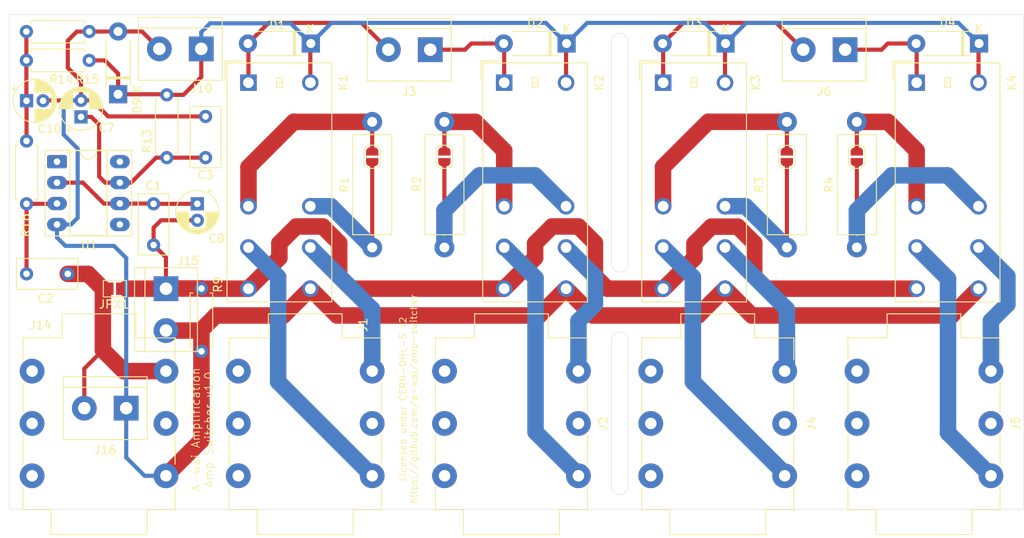
<source format=kicad_pcb>
(kicad_pcb (version 20241229) (generator "pcbnew") (generator_version "9.0")
  (title_block (title "Amp Switcher - 4-way Relay Array") (date "2025-03-12") (rev "1.0") (comment 3 "SPDX-License-Identifier: CERN-OHL-S-2.0+") (comment 4 "SPDX-FileCopyrightText: 2025 Arnaud Ferraris <aferraris@debian.org>"))
  (layers (0 "F.Cu" signal) (2 "B.Cu" signal) (13 "F.Paste" user) (15 "B.Paste" user) (5 "F.SilkS" user "F.Silkscreen") (7 "B.SilkS" user "B.Silkscreen") (1 "F.Mask" user) (3 "B.Mask" user) (25 "Edge.Cuts" user))
  (net 0 "")
  (net 1 "Net-(D1-A)")
  (net 2 "+12V")
  (net 3 "Net-(D2-A)")
  (net 4 "Net-(D3-A)")
  (net 5 "Net-(D4-A)")
  (net 9 "Net-(J1-PadS)")
  (net 11 "Net-(J1-PadT)")
  (net 13 "Net-(J2-PadS)")
  (net 16 "Net-(J2-PadT)")
  (net 18 "Net-(J4-PadS)")
  (net 22 "Net-(J4-PadT)")
  (net 26 "Net-(J5-PadS)")
  (net 27 "Net-(J5-PadT)")
  (net 30 "/SIGNAL")
  (net 31 "GND")
  (net 32 "Net-(JP2-A)")
  (net 33 "Net-(JP2-B)")
  (net 34 "Net-(JP3-B)")
  (net 35 "Net-(JP3-A)")
  (net 36 "Net-(JP4-A)")
  (net 37 "Net-(JP4-B)")
  (net 38 "Net-(JP5-B)")
  (net 39 "Net-(JP5-A)")
  (net 44 "Net-(U1--)")
  (net 45 "Net-(U1-+)")
  (net 46 "VCC")
  (net 47 "GNDS")
  (net 51 "Net-(J16-Pin_2)")
  (footprint "Relay_THT:Relay_DPDT_Omron_G2RL-2" (layer "F.Cu") (at 115.27 75)
    (property "Reference" "K3" (at 11.23 0 90) (layer "F.SilkS"))
    (property "Value" "G2RL-2")
    (pad "11" thru_hole circle (at 0 20) (size 2 2) (drill 1.3) (layers "*.Cu" "*.Mask") (net 18 "Net-(J4-PadS)"))
    (pad "12" thru_hole circle (at 0 15) (size 2 2) (drill 1.3) (layers "*.Cu" "*.Mask") (net 36 "Net-(JP4-A)"))
    (pad "14" thru_hole circle (at 0 25) (size 2 2) (drill 1.3) (layers "*.Cu" "*.Mask") (net 30 "/SIGNAL"))
    (pad "21" thru_hole circle (at 7.5 20) (size 2 2) (drill 1.3) (layers "*.Cu" "*.Mask") (net 22 "Net-(J4-PadT)"))
    (pad "22" thru_hole circle (at 7.5 15) (size 2 2) (drill 1.3) (layers "*.Cu" "*.Mask") (net 37 "Net-(JP4-B)"))
    (pad "24" thru_hole circle (at 7.5 25) (size 2 2) (drill 1.3) (layers "*.Cu" "*.Mask") (net 31 "GND"))
    (pad "A1" thru_hole rect (at 0 0) (size 2 2) (drill 1.3) (layers "*.Cu" "*.Mask") (net 4 "Net-(D3-A)"))
    (pad "A2" thru_hole circle (at 7.5 0) (size 2 2) (drill 1.3) (layers "*.Cu" "*.Mask") (net 2 "+12V"))
  )
  (footprint "Resistor_THT:R_Axial_DIN0414_L11.9mm_D4.5mm_P15.24mm_Horizontal" (layer "F.Cu") (at 130.27 95 90)
    (property "Reference" "R3" (at 7.62 -3.37 90) (layer "F.SilkS"))
    (property "Value" "4R7/2W")
    (pad "1" thru_hole circle (at 0 0 90) (size 2.4 2.4) (drill 1.2) (layers "*.Cu" "*.Mask") (net 37 "Net-(JP4-B)"))
    (pad "2" thru_hole oval (at 15.24 0 90) (size 2.4 2.4) (drill 1.2) (layers "*.Cu" "*.Mask") (net 36 "Net-(JP4-A)"))
  )
  (footprint "TerminalBlock:TerminalBlock_bornier-2_P5.08mm" (layer "F.Cu") (at 50.18 114.5 180)
    (property "Reference" "J16" (at 2.54 -5.08 0) (layer "F.SilkS"))
    (property "Value" "Screw_Terminal_01x02")
    (pad "1" thru_hole rect (at 0 0 180) (size 3 3) (drill 1.52) (layers "*.Cu" "*.Mask") (net 31 "GND"))
    (pad "2" thru_hole circle (at 5.08 0 180) (size 3 3) (drill 1.52) (layers "*.Cu" "*.Mask") (net 51 "Net-(J16-Pin_2)"))
  )
  (footprint "Resistor_THT:R_Axial_DIN0414_L11.9mm_D4.5mm_P15.24mm_Horizontal" (layer "F.Cu") (at 138.75 95 90)
    (property "Reference" "R4" (at 7.62 -3.37 90) (layer "F.SilkS"))
    (property "Value" "4R7/2W")
    (pad "1" thru_hole circle (at 0 0 90) (size 2.4 2.4) (drill 1.2) (layers "*.Cu" "*.Mask") (net 38 "Net-(JP5-B)"))
    (pad "2" thru_hole oval (at 15.24 0 90) (size 2.4 2.4) (drill 1.2) (layers "*.Cu" "*.Mask") (net 39 "Net-(JP5-A)"))
  )
  (footprint "Diode_THT:D_DO-41_SOD81_P7.62mm_Horizontal" (layer "F.Cu") (at 103.56 70.25 180)
    (property "Reference" "D2" (at 3.81 2.45 0) (layer "F.SilkS"))
    (property "Value" "1N4001")
    (fp_text user "K" (at 0 1.75 0) (layer "F.SilkS"))
    (pad "1" thru_hole rect (at 0 0 180) (size 2.2 2.2) (drill 1.1) (layers "*.Cu" "*.Mask") (net 2 "+12V"))
    (pad "2" thru_hole oval (at 7.62 0 180) (size 2.2 2.2) (drill 1.1) (layers "*.Cu" "*.Mask") (net 3 "Net-(D2-A)"))
  )
  (footprint "Capacitor_THT:C_Rect_L7.2mm_W3.5mm_P5.00mm_FKS2_FKP2_MKS2_MKP2" (layer "F.Cu") (at 38.1 98.2)
    (property "Reference" "C2" (at 2.3 3 0) (layer "F.SilkS"))
    (property "Value" "100n")
    (pad "1" thru_hole circle (at 0 0) (size 1.6 1.6) (drill 0.8) (layers "*.Cu" "*.Mask") (net 45 "Net-(U1-+)"))
    (pad "2" thru_hole circle (at 5 0) (size 1.6 1.6) (drill 0.8) (layers "*.Cu" "*.Mask") (net 51 "Net-(J16-Pin_2)"))
  )
  (footprint "Resistor_THT:R_Axial_DIN0207_L6.3mm_D2.5mm_P7.62mm_Horizontal" (layer "F.Cu") (at 55.1 84.1 90)
    (property "Reference" "R13" (at 2 -2.4 90) (layer "F.SilkS"))
    (property "Value" "10R")
    (pad "1" thru_hole circle (at 0 0 90) (size 1.6 1.6) (drill 0.8) (layers "*.Cu" "*.Mask") (net 46 "VCC"))
    (pad "2" thru_hole oval (at 7.62 0 90) (size 1.6 1.6) (drill 0.8) (layers "*.Cu" "*.Mask") (net 2 "+12V"))
  )
  (footprint "Capacitor_THT:CP_Radial_D5.0mm_P2.00mm" (layer "F.Cu") (at 58.8 89.7 -90)
    (property "Reference" "C8" (at 4.2 -2.329 180) (layer "F.SilkS"))
    (property "Value" "1µ")
    (pad "1" thru_hole rect (at 0 0 270) (size 1.6 1.6) (drill 0.8) (layers "*.Cu" "*.Mask") (net 44 "Net-(U1--)"))
    (pad "2" thru_hole circle (at 2 0 270) (size 1.6 1.6) (drill 0.8) (layers "*.Cu" "*.Mask") (net 30 "/SIGNAL"))
  )
  (footprint "Diode_THT:D_DO-41_SOD81_P7.62mm_Horizontal" (layer "F.Cu") (at 122.83 70.25 180)
    (property "Reference" "D3" (at 3.81 2.45 0) (layer "F.SilkS"))
    (property "Value" "1N4001")
    (fp_text user "K" (at 0 1.75 0) (layer "F.SilkS"))
    (pad "1" thru_hole rect (at 0 0 180) (size 2.2 2.2) (drill 1.1) (layers "*.Cu" "*.Mask") (net 2 "+12V"))
    (pad "2" thru_hole oval (at 7.62 0 180) (size 2.2 2.2) (drill 1.1) (layers "*.Cu" "*.Mask") (net 4 "Net-(D3-A)"))
  )
  (footprint "Relay_THT:Relay_DPDT_Omron_G2RL-2" (layer "F.Cu") (at 146 75)
    (property "Reference" "K4" (at 11.5 0 90) (layer "F.SilkS"))
    (property "Value" "G2RL-2")
    (pad "11" thru_hole circle (at 0 20) (size 2 2) (drill 1.3) (layers "*.Cu" "*.Mask") (net 26 "Net-(J5-PadS)"))
    (pad "12" thru_hole circle (at 0 15) (size 2 2) (drill 1.3) (layers "*.Cu" "*.Mask") (net 39 "Net-(JP5-A)"))
    (pad "14" thru_hole circle (at 0 25) (size 2 2) (drill 1.3) (layers "*.Cu" "*.Mask") (net 30 "/SIGNAL"))
    (pad "21" thru_hole circle (at 7.5 20) (size 2 2) (drill 1.3) (layers "*.Cu" "*.Mask") (net 27 "Net-(J5-PadT)"))
    (pad "22" thru_hole circle (at 7.5 15) (size 2 2) (drill 1.3) (layers "*.Cu" "*.Mask") (net 38 "Net-(JP5-B)"))
    (pad "24" thru_hole circle (at 7.5 25) (size 2 2) (drill 1.3) (layers "*.Cu" "*.Mask") (net 31 "GND"))
    (pad "A1" thru_hole rect (at 0 0) (size 2 2) (drill 1.3) (layers "*.Cu" "*.Mask") (net 5 "Net-(D4-A)"))
    (pad "A2" thru_hole circle (at 7.5 0) (size 2 2) (drill 1.3) (layers "*.Cu" "*.Mask") (net 2 "+12V"))
  )
  (footprint "Connector_Audio:Jack_6.35mm_Neutrik_NMJ6HCD2_Horizontal" (layer "F.Cu") (at 130 110 -90)
    (property "Reference" "J4" (at 6.35 -3.27 90) (layer "F.SilkS"))
    (property "Value" "NMJ6HCD2")
    (pad "R" thru_hole circle (at 6.35 0 270) (size 3 3) (drill 1.4) (layers "*.Cu" "*.Mask"))
    (pad "RN" thru_hole circle (at 6.35 16.23 270) (size 3 3) (drill 1.4) (layers "*.Cu" "*.Mask"))
    (pad "S" thru_hole circle (at 12.7 0 270) (size 3 3) (drill 1.4) (layers "*.Cu" "*.Mask") (net 18 "Net-(J4-PadS)"))
    (pad "SN" thru_hole circle (at 12.7 16.23 270) (size 3 3) (drill 1.4) (layers "*.Cu" "*.Mask"))
    (pad "T" thru_hole circle (at 0 0 270) (size 3 3) (drill 1.4) (layers "*.Cu" "*.Mask") (net 22 "Net-(J4-PadT)"))
    (pad "TN" thru_hole circle (at 0 16.23 270) (size 3 3) (drill 1.4) (layers "*.Cu" "*.Mask"))
  )
  (footprint "Connector_Audio:Jack_6.35mm_Neutrik_NMJ6HCD2_Horizontal" (layer "F.Cu") (at 105 110 -90)
    (property "Reference" "J2" (at 6.35 -3 90) (layer "F.SilkS"))
    (property "Value" "NMJ6HCD2")
    (pad "R" thru_hole circle (at 6.35 0 270) (size 3 3) (drill 1.4) (layers "*.Cu" "*.Mask"))
    (pad "RN" thru_hole circle (at 6.35 16.23 270) (size 3 3) (drill 1.4) (layers "*.Cu" "*.Mask"))
    (pad "S" thru_hole circle (at 12.7 0 270) (size 3 3) (drill 1.4) (layers "*.Cu" "*.Mask") (net 13 "Net-(J2-PadS)"))
    (pad "SN" thru_hole circle (at 12.7 16.23 270) (size 3 3) (drill 1.4) (layers "*.Cu" "*.Mask"))
    (pad "T" thru_hole circle (at 0 0 270) (size 3 3) (drill 1.4) (layers "*.Cu" "*.Mask") (net 16 "Net-(J2-PadT)"))
    (pad "TN" thru_hole circle (at 0 16.23 270) (size 3 3) (drill 1.4) (layers "*.Cu" "*.Mask"))
  )
  (footprint "Capacitor_THT:CP_Radial_D5.0mm_P2.00mm" (layer "F.Cu") (at 38.1 77.2)
    (property "Reference" "C10" (at 2.8 3.4 0) (layer "F.SilkS"))
    (property "Value" "100µ")
    (pad "1" thru_hole rect (at 0 0) (size 1.6 1.6) (drill 0.8) (layers "*.Cu" "*.Mask") (net 47 "GNDS"))
    (pad "2" thru_hole circle (at 2 0) (size 1.6 1.6) (drill 0.8) (layers "*.Cu" "*.Mask") (net 31 "GND"))
  )
  (footprint "Diode_THT:D_DO-41_SOD81_P7.62mm_Horizontal" (layer "F.Cu") (at 49.2 76.41 90)
    (property "Reference" "D9" (at -1.39 2.3 90) (layer "F.SilkS"))
    (property "Value" "1N4001")
    (fp_text user "K" (at 0.71 2.3 90) (layer "F.SilkS"))
    (pad "1" thru_hole rect (at 0 0 90) (size 2.2 2.2) (drill 1.1) (layers "*.Cu" "*.Mask") (net 2 "+12V"))
    (pad "2" thru_hole oval (at 7.62 0 90) (size 2.2 2.2) (drill 1.1) (layers "*.Cu" "*.Mask") (net 31 "GND"))
  )
  (footprint "Diode_THT:D_DO-41_SOD81_P7.62mm_Horizontal" (layer "F.Cu") (at 153.56 70.25 180)
    (property "Reference" "D4" (at 3.81 2.55 0) (layer "F.SilkS"))
    (property "Value" "1N4001")
    (fp_text user "K" (at 0 1.75 0) (layer "F.SilkS"))
    (pad "1" thru_hole rect (at 0 0 180) (size 2.2 2.2) (drill 1.1) (layers "*.Cu" "*.Mask") (net 2 "+12V"))
    (pad "2" thru_hole oval (at 7.62 0 180) (size 2.2 2.2) (drill 1.1) (layers "*.Cu" "*.Mask") (net 5 "Net-(D4-A)"))
  )
  (footprint "Connector_Audio:Jack_6.35mm_Neutrik_NMJ6HCD2_Horizontal" (layer "F.Cu") (at 55 110 -90)
    (property "Reference" "J14" (at -5.6 15.2 180) (layer "F.SilkS"))
    (property "Value" "NMJ6HCD2")
    (pad "R" thru_hole circle (at 6.35 0 270) (size 3 3) (drill 1.4) (layers "*.Cu" "*.Mask"))
    (pad "RN" thru_hole circle (at 6.35 16.23 270) (size 3 3) (drill 1.4) (layers "*.Cu" "*.Mask"))
    (pad "S" thru_hole circle (at 12.7 0 270) (size 3 3) (drill 1.4) (layers "*.Cu" "*.Mask") (net 31 "GND"))
    (pad "SN" thru_hole circle (at 12.7 16.23 270) (size 3 3) (drill 1.4) (layers "*.Cu" "*.Mask"))
    (pad "T" thru_hole circle (at 0 0 270) (size 3 3) (drill 1.4) (layers "*.Cu" "*.Mask") (net 51 "Net-(J16-Pin_2)"))
    (pad "TN" thru_hole circle (at 0 16.23 270) (size 3 3) (drill 1.4) (layers "*.Cu" "*.Mask"))
  )
  (footprint "Resistor_THT:R_Axial_DIN0414_L11.9mm_D4.5mm_P15.24mm_Horizontal" (layer "F.Cu") (at 88.75 95 90)
    (property "Reference" "R2" (at 7.7 -3.35 90) (layer "F.SilkS"))
    (property "Value" "4R7/2W")
    (pad "1" thru_hole circle (at 0 0 90) (size 2.4 2.4) (drill 1.2) (layers "*.Cu" "*.Mask") (net 33 "Net-(JP2-B)"))
    (pad "2" thru_hole oval (at 15.24 0 90) (size 2.4 2.4) (drill 1.2) (layers "*.Cu" "*.Mask") (net 32 "Net-(JP2-A)"))
  )
  (footprint "Relay_THT:Relay_DPDT_Omron_G2RL-2" (layer "F.Cu") (at 65 75)
    (property "Reference" "K1" (at 11.5 0 90) (layer "F.SilkS"))
    (property "Value" "G2RL-2")
    (pad "11" thru_hole circle (at 0 20) (size 2 2) (drill 1.3) (layers "*.Cu" "*.Mask") (net 9 "Net-(J1-PadS)"))
    (pad "12" thru_hole circle (at 0 15) (size 2 2) (drill 1.3) (layers "*.Cu" "*.Mask") (net 35 "Net-(JP3-A)"))
    (pad "14" thru_hole circle (at 0 25) (size 2 2) (drill 1.3) (layers "*.Cu" "*.Mask") (net 30 "/SIGNAL"))
    (pad "21" thru_hole circle (at 7.5 20) (size 2 2) (drill 1.3) (layers "*.Cu" "*.Mask") (net 11 "Net-(J1-PadT)"))
    (pad "22" thru_hole circle (at 7.5 15) (size 2 2) (drill 1.3) (layers "*.Cu" "*.Mask") (net 34 "Net-(JP3-B)"))
    (pad "24" thru_hole circle (at 7.5 25) (size 2 2) (drill 1.3) (layers "*.Cu" "*.Mask") (net 31 "GND"))
    (pad "A1" thru_hole rect (at 0 0) (size 2 2) (drill 1.3) (layers "*.Cu" "*.Mask") (net 1 "Net-(D1-A)"))
    (pad "A2" thru_hole circle (at 7.5 0) (size 2 2) (drill 1.3) (layers "*.Cu" "*.Mask") (net 2 "+12V"))
  )
  (footprint "Diode_THT:D_DO-41_SOD81_P7.62mm_Horizontal" (layer "F.Cu") (at 72.56 70.25 180)
    (property "Reference" "D1" (at 4.06 2.25 0) (layer "F.SilkS"))
    (property "Value" "1N4001")
    (fp_text user "K" (at 0.06 1.75 0) (layer "F.SilkS"))
    (pad "1" thru_hole rect (at 0 0 180) (size 2.2 2.2) (drill 1.1) (layers "*.Cu" "*.Mask") (net 2 "+12V"))
    (pad "2" thru_hole oval (at 7.62 0 180) (size 2.2 2.2) (drill 1.1) (layers "*.Cu" "*.Mask") (net 1 "Net-(D1-A)"))
  )
  (footprint "Resistor_THT:R_Axial_DIN0207_L6.3mm_D2.5mm_P7.62mm_Horizontal" (layer "F.Cu") (at 38.1 82.08 -90)
    (property "Reference" "R16" (at 10.22 0.1 90) (layer "F.SilkS"))
    (property "Value" "1M")
    (pad "1" thru_hole circle (at 0 0 270) (size 1.6 1.6) (drill 0.8) (layers "*.Cu" "*.Mask") (net 47 "GNDS"))
    (pad "2" thru_hole oval (at 7.62 0 270) (size 1.6 1.6) (drill 0.8) (layers "*.Cu" "*.Mask") (net 45 "Net-(U1-+)"))
  )
  (footprint "Connector_Audio:Jack_6.35mm_Neutrik_NMJ6HCD2_Horizontal" (layer "F.Cu") (at 80 110 -90)
    (property "Reference" "J1" (at -5.6 1.1 90) (layer "F.SilkS"))
    (property "Value" "NMJ6HCD2")
    (pad "R" thru_hole circle (at 6.35 0 270) (size 3 3) (drill 1.4) (layers "*.Cu" "*.Mask"))
    (pad "RN" thru_hole circle (at 6.35 16.23 270) (size 3 3) (drill 1.4) (layers "*.Cu" "*.Mask"))
    (pad "S" thru_hole circle (at 12.7 0 270) (size 3 3) (drill 1.4) (layers "*.Cu" "*.Mask") (net 9 "Net-(J1-PadS)"))
    (pad "SN" thru_hole circle (at 12.7 16.23 270) (size 3 3) (drill 1.4) (layers "*.Cu" "*.Mask"))
    (pad "T" thru_hole circle (at 0 0 270) (size 3 3) (drill 1.4) (layers "*.Cu" "*.Mask") (net 11 "Net-(J1-PadT)"))
    (pad "TN" thru_hole circle (at 0 16.23 270) (size 3 3) (drill 1.4) (layers "*.Cu" "*.Mask"))
  )
  (footprint "Jumper:SolderJumper-2_P1.3mm_Open_RoundedPad1.0x1.5mm" (layer "F.Cu") (at 138.75 84 -90)
    (property "Reference" "JP5" (hide yes))
    (property "Value" "Jumper_2_Open")
    (pad "1" smd custom (at -0.65 0 270) (size 1 0.5) (layers "F.Cu" "F.Mask") (net 39 "Net-(JP5-A)") (options (clearance outline) (anchor rect)) (primitives (gr_circle (center 0 0.25) (end 0.5 0.25) (width 0) (fill yes)) (gr_circle (center 0 -0.25) (end 0.5 -0.25) (width 0) (fill yes)) (gr_poly (pts (xy 0.5 0.75) (xy 0 0.75) (xy 0 -0.75) (xy 0.5 -0.75)) (width 0) (fill yes))))
    (pad "2" smd custom (at 0.65 0 270) (size 1 0.5) (layers "F.Cu" "F.Mask") (net 38 "Net-(JP5-B)") (options (clearance outline) (anchor rect)) (primitives (gr_circle (center 0 0.25) (end 0.5 0.25) (width 0) (fill yes)) (gr_circle (center 0 -0.25) (end 0.5 -0.25) (width 0) (fill yes)) (gr_poly (pts (xy 0 0.75) (xy -0.5 0.75) (xy -0.5 -0.75) (xy 0 -0.75)) (width 0) (fill yes))))
  )
  (footprint "Relay_THT:Relay_DPDT_Omron_G2RL-2" (layer "F.Cu") (at 96 75)
    (property "Reference" "K2" (at 11.5 0 90) (layer "F.SilkS"))
    (property "Value" "G2RL-2")
    (pad "11" thru_hole circle (at 0 20) (size 2 2) (drill 1.3) (layers "*.Cu" "*.Mask") (net 13 "Net-(J2-PadS)"))
    (pad "12" thru_hole circle (at 0 15) (size 2 2) (drill 1.3) (layers "*.Cu" "*.Mask") (net 32 "Net-(JP2-A)"))
    (pad "14" thru_hole circle (at 0 25) (size 2 2) (drill 1.3) (layers "*.Cu" "*.Mask") (net 30 "/SIGNAL"))
    (pad "21" thru_hole circle (at 7.5 20) (size 2 2) (drill 1.3) (layers "*.Cu" "*.Mask") (net 16 "Net-(J2-PadT)"))
    (pad "22" thru_hole circle (at 7.5 15) (size 2 2) (drill 1.3) (layers "*.Cu" "*.Mask") (net 33 "Net-(JP2-B)"))
    (pad "24" thru_hole circle (at 7.5 25) (size 2 2) (drill 1.3) (layers "*.Cu" "*.Mask") (net 31 "GND"))
    (pad "A1" thru_hole rect (at 0 0) (size 2 2) (drill 1.3) (layers "*.Cu" "*.Mask") (net 3 "Net-(D2-A)"))
    (pad "A2" thru_hole circle (at 7.5 0) (size 2 2) (drill 1.3) (layers "*.Cu" "*.Mask") (net 2 "+12V"))
  )
  (footprint "Resistor_THT:R_Axial_DIN0207_L6.3mm_D2.5mm_P7.62mm_Horizontal" (layer "F.Cu") (at 59.3 107.6 90)
    (property "Reference" "R9" (at 8.1 2 90) (layer "F.SilkS"))
    (property "Value" "1M")
    (pad "1" thru_hole circle (at 0 0 90) (size 1.6 1.6) (drill 0.8) (layers "*.Cu" "*.Mask") (net 31 "GND"))
    (pad "2" thru_hole oval (at 7.62 0 90) (size 1.6 1.6) (drill 0.8) (layers "*.Cu" "*.Mask") (net 30 "/SIGNAL"))
  )
  (footprint "Capacitor_THT:C_Rect_L7.2mm_W3.5mm_P5.00mm_FKS2_FKP2_MKS2_MKP2" (layer "F.Cu") (at 53.5 94.7 90)
    (property "Reference" "C1" (at 7.2 0 180) (layer "F.SilkS"))
    (property "Value" "100n")
    (pad "1" thru_hole circle (at 0 0 90) (size 1.6 1.6) (drill 0.8) (layers "*.Cu" "*.Mask") (net 30 "/SIGNAL"))
    (pad "2" thru_hole circle (at 5 0 90) (size 1.6 1.6) (drill 0.8) (layers "*.Cu" "*.Mask") (net 44 "Net-(U1--)"))
  )
  (footprint "Resistor_THT:R_Axial_DIN0414_L11.9mm_D4.5mm_P15.24mm_Horizontal" (layer "F.Cu") (at 80 95 90)
    (property "Reference" "R1" (at 7.62 -3.37 90) (layer "F.SilkS"))
    (property "Value" "4R7/2W")
    (pad "1" thru_hole circle (at 0 0 90) (size 2.4 2.4) (drill 1.2) (layers "*.Cu" "*.Mask") (net 34 "Net-(JP3-B)"))
    (pad "2" thru_hole oval (at 15.24 0 90) (size 2.4 2.4) (drill 1.2) (layers "*.Cu" "*.Mask") (net 35 "Net-(JP3-A)"))
  )
  (footprint "TerminalBlock:TerminalBlock_bornier-2_P5.08mm" (layer "F.Cu") (at 137.33 71 180)
    (property "Reference" "J6" (at 2.54 -5.08 0) (layer "F.SilkS"))
    (property "Value" "Screw_Terminal_01x02")
    (pad "1" thru_hole rect (at 0 0 180) (size 3 3) (drill 1.52) (layers "*.Cu" "*.Mask") (net 5 "Net-(D4-A)"))
    (pad "2" thru_hole circle (at 5.08 0 180) (size 3 3) (drill 1.52) (layers "*.Cu" "*.Mask") (net 4 "Net-(D3-A)"))
  )
  (footprint "Jumper:SolderJumper-2_P1.3mm_Open_RoundedPad1.0x1.5mm" (layer "F.Cu") (at 80 84 -90)
    (property "Reference" "JP3" (hide yes))
    (property "Value" "Jumper_2_Open")
    (pad "1" smd custom (at -0.65 0 270) (size 1 0.5) (layers "F.Cu" "F.Mask") (net 35 "Net-(JP3-A)") (options (clearance outline) (anchor rect)) (primitives (gr_circle (center 0 0.25) (end 0.5 0.25) (width 0) (fill yes)) (gr_circle (center 0 -0.25) (end 0.5 -0.25) (width 0) (fill yes)) (gr_poly (pts (xy 0.5 0.75) (xy 0 0.75) (xy 0 -0.75) (xy 0.5 -0.75)) (width 0) (fill yes))))
    (pad "2" smd custom (at 0.65 0 270) (size 1 0.5) (layers "F.Cu" "F.Mask") (net 34 "Net-(JP3-B)") (options (clearance outline) (anchor rect)) (primitives (gr_circle (center 0 0.25) (end 0.5 0.25) (width 0) (fill yes)) (gr_circle (center 0 -0.25) (end 0.5 -0.25) (width 0) (fill yes)) (gr_poly (pts (xy 0 0.75) (xy -0.5 0.75) (xy -0.5 -0.75) (xy 0 -0.75)) (width 0) (fill yes))))
  )
  (footprint "Resistor_THT:R_Axial_DIN0207_L6.3mm_D2.5mm_P7.62mm_Horizontal" (layer "F.Cu") (at 38.08 68.8)
    (property "Reference" "R15" (at 7.42 5.8 0) (layer "F.SilkS"))
    (property "Value" "10k")
    (pad "1" thru_hole circle (at 0 0) (size 1.6 1.6) (drill 0.8) (layers "*.Cu" "*.Mask") (net 47 "GNDS"))
    (pad "2" thru_hole oval (at 7.62 0) (size 1.6 1.6) (drill 0.8) (layers "*.Cu" "*.Mask") (net 31 "GND"))
  )
  (footprint "TerminalBlock:TerminalBlock_bornier-2_P5.08mm" (layer "F.Cu") (at 87.04 71 180)
    (property "Reference" "J3" (at 2.54 -5.08 0) (layer "F.SilkS"))
    (property "Value" "Screw_Terminal_01x02")
    (pad "1" thru_hole rect (at 0 0 180) (size 3 3) (drill 1.52) (layers "*.Cu" "*.Mask") (net 3 "Net-(D2-A)"))
    (pad "2" thru_hole circle (at 5.08 0 180) (size 3 3) (drill 1.52) (layers "*.Cu" "*.Mask") (net 1 "Net-(D1-A)"))
  )
  (footprint "Package_DIP:DIP-8_W7.62mm_Socket_LongPads" (layer "F.Cu") (at 41.79 84.59)
    (property "Reference" "U1" (at 3.91 10.11 0) (layer "F.SilkS"))
    (property "Value" "OPA134")
    (pad "1" thru_hole roundrect (at 0 0) (size 2.4 1.6) (drill 0.8) (layers "*.Cu" "*.Mask") (roundrect_rratio 0.15625))
    (pad "2" thru_hole oval (at 0 2.54) (size 2.4 1.6) (drill 0.8) (layers "*.Cu" "*.Mask") (net 44 "Net-(U1--)"))
    (pad "3" thru_hole oval (at 0 5.08) (size 2.4 1.6) (drill 0.8) (layers "*.Cu" "*.Mask") (net 45 "Net-(U1-+)"))
    (pad "4" thru_hole oval (at 0 7.62) (size 2.4 1.6) (drill 0.8) (layers "*.Cu" "*.Mask") (net 31 "GND"))
    (pad "5" thru_hole oval (at 7.62 7.62) (size 2.4 1.6) (drill 0.8) (layers "*.Cu" "*.Mask"))
    (pad "6" thru_hole oval (at 7.62 5.08) (size 2.4 1.6) (drill 0.8) (layers "*.Cu" "*.Mask") (net 44 "Net-(U1--)"))
    (pad "7" thru_hole oval (at 7.62 2.54) (size 2.4 1.6) (drill 0.8) (layers "*.Cu" "*.Mask") (net 46 "VCC"))
    (pad "8" thru_hole oval (at 7.62 0) (size 2.4 1.6) (drill 0.8) (layers "*.Cu" "*.Mask"))
  )
  (footprint "Connector_Audio:Jack_6.35mm_Neutrik_NMJ6HCD2_Horizontal" (layer "F.Cu") (at 155 110 -90)
    (property "Reference" "J5" (at 6.35 -3 90) (layer "F.SilkS"))
    (property "Value" "NMJ6HCD2")
    (pad "R" thru_hole circle (at 6.35 0 270) (size 3 3) (drill 1.4) (layers "*.Cu" "*.Mask"))
    (pad "RN" thru_hole circle (at 6.35 16.23 270) (size 3 3) (drill 1.4) (layers "*.Cu" "*.Mask"))
    (pad "S" thru_hole circle (at 12.7 0 270) (size 3 3) (drill 1.4) (layers "*.Cu" "*.Mask") (net 26 "Net-(J5-PadS)"))
    (pad "SN" thru_hole circle (at 12.7 16.23 270) (size 3 3) (drill 1.4) (layers "*.Cu" "*.Mask"))
    (pad "T" thru_hole circle (at 0 0 270) (size 3 3) (drill 1.4) (layers "*.Cu" "*.Mask") (net 27 "Net-(J5-PadT)"))
    (pad "TN" thru_hole circle (at 0 16.23 270) (size 3 3) (drill 1.4) (layers "*.Cu" "*.Mask"))
  )
  (footprint "Jumper:SolderJumper-2_P1.3mm_Open_RoundedPad1.0x1.5mm" (layer "F.Cu") (at 130.27 84 -90)
    (property "Reference" "JP4" (hide yes))
    (property "Value" "Jumper_2_Open")
    (pad "1" smd custom (at -0.65 0 270) (size 1 0.5) (layers "F.Cu" "F.Mask") (net 36 "Net-(JP4-A)") (options (clearance outline) (anchor rect)) (primitives (gr_circle (center 0 0.25) (end 0.5 0.25) (width 0) (fill yes)) (gr_circle (center 0 -0.25) (end 0.5 -0.25) (width 0) (fill yes)) (gr_poly (pts (xy 0.5 0.75) (xy 0 0.75) (xy 0 -0.75) (xy 0.5 -0.75)) (width 0) (fill yes))))
    (pad "2" smd custom (at 0.65 0 270) (size 1 0.5) (layers "F.Cu" "F.Mask") (net 37 "Net-(JP4-B)") (options (clearance outline) (anchor rect)) (primitives (gr_circle (center 0 0.25) (end 0.5 0.25) (width 0) (fill yes)) (gr_circle (center 0 -0.25) (end 0.5 -0.25) (width 0) (fill yes)) (gr_poly (pts (xy 0 0.75) (xy -0.5 0.75) (xy -0.5 -0.75) (xy 0 -0.75)) (width 0) (fill yes))))
  )
  (footprint "TerminalBlock:TerminalBlock_bornier-2_P5.08mm" (layer "F.Cu") (at 55 100 -90)
    (property "Reference" "J15" (at -3.4 -2.7 0) (layer "F.SilkS"))
    (property "Value" "Screw_Terminal_01x02")
    (pad "1" thru_hole rect (at 0 0 270) (size 3 3) (drill 1.52) (layers "*.Cu" "*.Mask") (net 30 "/SIGNAL"))
    (pad "2" thru_hole circle (at 5.08 0 270) (size 3 3) (drill 1.52) (layers "*.Cu" "*.Mask") (net 31 "GND"))
  )
  (footprint "Resistor_THT:R_Axial_DIN0207_L6.3mm_D2.5mm_P7.62mm_Horizontal" (layer "F.Cu") (at 45.7 72.3 180)
    (property "Reference" "R14" (at 3.4 -2.3 0) (layer "F.SilkS"))
    (property "Value" "10k")
    (pad "1" thru_hole circle (at 0 0 180) (size 1.6 1.6) (drill 0.8) (layers "*.Cu" "*.Mask") (net 2 "+12V"))
    (pad "2" thru_hole oval (at 7.62 0 180) (size 1.6 1.6) (drill 0.8) (layers "*.Cu" "*.Mask") (net 47 "GNDS"))
  )
  (footprint "Capacitor_THT:CP_Radial_D5.0mm_P2.00mm" (layer "F.Cu") (at 44.7 79.155113 90)
    (property "Reference" "C7" (at -1.344887 3.1 180) (layer "F.SilkS"))
    (property "Value" "100µ")
    (pad "1" thru_hole rect (at 0 0 90) (size 1.6 1.6) (drill 0.8) (layers "*.Cu" "*.Mask") (net 46 "VCC"))
    (pad "2" thru_hole circle (at 2 0 90) (size 1.6 1.6) (drill 0.8) (layers "*.Cu" "*.Mask") (net 31 "GND"))
  )
  (footprint "Capacitor_THT:C_Rect_L7.2mm_W3.5mm_P5.00mm_FKS2_FKP2_MKS2_MKP2" (layer "F.Cu") (at 59.8 84.1 90)
    (property "Reference" "C3" (at -2.1 0 180) (layer "F.SilkS"))
    (property "Value" "100n")
    (pad "1" thru_hole circle (at 0 0 90) (size 1.6 1.6) (drill 0.8) (layers "*.Cu" "*.Mask") (net 46 "VCC"))
    (pad "2" thru_hole circle (at 5 0 90) (size 1.6 1.6) (drill 0.8) (layers "*.Cu" "*.Mask") (net 31 "GND"))
  )
  (footprint "Jumper:SolderJumper-2_P1.3mm_Open_Pad1.0x1.5mm" (layer "F.Cu") (at 48.8 100 180)
    (property "Reference" "JPX1" (at 0.1 -1.9 0) (layer "F.SilkS"))
    (property "Value" "Jumper_2_Open")
    (pad "1" smd rect (at -0.65 0 180) (size 1 1.5) (layers "F.Cu" "F.Mask") (net 30 "/SIGNAL"))
    (pad "2" smd rect (at 0.65 0 180) (size 1 1.5) (layers "F.Cu" "F.Mask") (net 51 "Net-(J16-Pin_2)"))
  )
  (footprint "TerminalBlock:TerminalBlock_bornier-2_P5.08mm" (layer "F.Cu") (at 59.28 70.9 180)
    (property "Reference" "J10" (at -0.02 -4.8 0) (layer "F.SilkS"))
    (property "Value" "Screw_Terminal_01x02")
    (pad "1" thru_hole rect (at 0 0 180) (size 3 3) (drill 1.52) (layers "*.Cu" "*.Mask") (net 2 "+12V"))
    (pad "2" thru_hole circle (at 5.08 0 180) (size 3 3) (drill 1.52) (layers "*.Cu" "*.Mask") (net 31 "GND"))
  )
  (footprint "Jumper:SolderJumper-2_P1.3mm_Open_RoundedPad1.0x1.5mm" (layer "F.Cu") (at 88.75 84 -90)
    (property "Reference" "JP2" (hide yes))
    (property "Value" "Jumper_2_Open")
    (pad "1" smd custom (at -0.65 0 270) (size 1 0.5) (layers "F.Cu" "F.Mask") (net 32 "Net-(JP2-A)") (options (clearance outline) (anchor rect)) (primitives (gr_circle (center 0 0.25) (end 0.5 0.25) (width 0) (fill yes)) (gr_circle (center 0 -0.25) (end 0.5 -0.25) (width 0) (fill yes)) (gr_poly (pts (xy 0.5 0.75) (xy 0 0.75) (xy 0 -0.75) (xy 0.5 -0.75)) (width 0) (fill yes))))
    (pad "2" smd custom (at 0.65 0 270) (size 1 0.5) (layers "F.Cu" "F.Mask") (net 33 "Net-(JP2-B)") (options (clearance outline) (anchor rect)) (primitives (gr_circle (center 0 0.25) (end 0.5 0.25) (width 0) (fill yes)) (gr_circle (center 0 -0.25) (end 0.5 -0.25) (width 0) (fill yes)) (gr_poly (pts (xy 0 0.75) (xy -0.5 0.75) (xy -0.5 -0.75) (xy 0 -0.75)) (width 0) (fill yes))))
  )
  (gr_line (start 111 106.25) (end 111 124) (stroke (width 0.05)) (layer "Edge.Cuts"))
  (gr_line (start 109 124) (end 109 106.25) (stroke (width 0.05)) (layer "Edge.Cuts"))
  (gr_arc (start 109 70) (mid 110 69) (end 111 70) (stroke (width 0.05)) (layer "Edge.Cuts"))
  (gr_line (start 109 97) (end 109 70) (stroke (width 0.05)) (layer "Edge.Cuts"))
  (gr_rect (start 36 66.75) (end 159 126.75) (stroke (width 0.05)) (fill no) (layer "Edge.Cuts"))
  (gr_arc (start 111 124) (mid 110 125) (end 109 124) (stroke (width 0.05)) (layer "Edge.Cuts"))
  (gr_line (start 111 70) (end 111 97) (stroke (width 0.05)) (layer "Edge.Cuts"))
  (gr_arc (start 111 97) (mid 110 98) (end 109 97) (stroke (width 0.05)) (layer "Edge.Cuts"))
  (gr_arc (start 109 106.25) (mid 110 105.25) (end 111 106.25) (stroke (width 0.05)) (layer "Edge.Cuts"))
  (gr_text "Licensed under CERN-OHL-S v2\nhttps://github.com/a-wai/amp-switcher" (at 85.5 113.4 90) (layer "F.SilkS") (effects (font (size 0.8 0.8) (thickness 0.1)) (justify bottom)))
  (gr_text "A-wai Amplification\nAmp Switcher v1.0" (at 60.8 117.1 90) (layer "F.SilkS") (effects (font (size 1 1) (thickness 0.1)) (justify bottom)))
  (segment (start 64.94 70.25) (end 67.44 67.75) (width 0.5) (layer "F.Cu") (net 1))
  (segment (start 67.44 67.75) (end 78.71 67.75) (width 0.5) (layer "F.Cu") (net 1))
  (segment (start 65 75) (end 65 70.31) (width 0.5) (layer "F.Cu") (net 1))
  (segment (start 65 70.31) (end 64.94 70.25) (width 0.5) (layer "F.Cu") (net 1))
  (segment (start 78.71 67.75) (end 81.96 71) (width 0.5) (layer "F.Cu") (net 1))
  (segment (start 122.77 70.31) (end 122.83 70.25) (width 0.5) (layer "F.Cu") (net 2))
  (segment (start 49.2 76.41) (end 49.2 73.9) (width 0.5) (layer "F.Cu") (net 2))
  (segment (start 103.5 75) (end 103.5 70.31) (width 0.5) (layer "F.Cu") (net 2))
  (segment (start 49.2 73.9) (end 47.6 72.3) (width 0.5) (layer "F.Cu") (net 2))
  (segment (start 153.5 70.31) (end 153.56 70.25) (width 0.5) (layer "F.Cu") (net 2))
  (segment (start 72.5 75) (end 72.5 70.31) (width 0.5) (layer "F.Cu") (net 2))
  (segment (start 49.2 76.41) (end 55.03 76.41) (width 0.5) (layer "F.Cu") (net 2))
  (segment (start 57.12 76.48) (end 59.3 74.3) (width 0.5) (layer "F.Cu") (net 2))
  (segment (start 55.1 76.48) (end 57.12 76.48) (width 0.5) (layer "F.Cu") (net 2))
  (segment (start 72.5 70.31) (end 72.56 70.25) (width 0.5) (layer "F.Cu") (net 2))
  (segment (start 59.3 74.3) (end 59.28 74.28) (width 0.5) (layer "F.Cu") (net 2))
  (segment (start 103.5 70.31) (end 103.56 70.25) (width 0.5) (layer "F.Cu") (net 2))
  (segment (start 122.77 75) (end 122.77 70.31) (width 0.5) (layer "F.Cu") (net 2))
  (segment (start 153.5 75) (end 153.5 70.31) (width 0.5) (layer "F.Cu") (net 2))
  (segment (start 55.03 76.41) (end 55.1 76.48) (width 0.5) (layer "F.Cu") (net 2))
  (segment (start 59.28 74.28) (end 59.28 70.9) (width 0.5) (layer "F.Cu") (net 2))
  (segment (start 47.6 72.3) (end 45.7 72.3) (width 0.5) (layer "F.Cu") (net 2))
  (segment (start 60.35 67.8) (end 70.11 67.8) (width 0.5) (layer "B.Cu") (net 2))
  (segment (start 59.28 70.9) (end 59.28 68.87) (width 0.5) (layer "B.Cu") (net 2))
  (segment (start 70.11 67.8) (end 72.56 70.25) (width 0.5) (layer "B.Cu") (net 2))
  (segment (start 72.56 70.25) (end 75.06 67.75) (width 0.5) (layer "B.Cu") (net 2))
  (segment (start 75.06 67.75) (end 101.06 67.75) (width 0.5) (layer "B.Cu") (net 2))
  (segment (start 151.06 67.75) (end 125.33 67.75) (width 0.5) (layer "B.Cu") (net 2))
  (segment (start 59.28 68.87) (end 60.35 67.8) (width 0.5) (layer "B.Cu") (net 2))
  (segment (start 151.06 67.75) (end 153.56 70.25) (width 0.5) (layer "B.Cu") (net 2))
  (segment (start 101.06 67.75) (end 103.56 70.25) (width 0.5) (layer "B.Cu") (net 2))
  (segment (start 106.06 67.75) (end 120.33 67.75) (width 0.5) (layer "B.Cu") (net 2))
  (segment (start 153.56 70.25) (end 153.56 70.19) (width 0.5) (layer "B.Cu") (net 2))
  (segment (start 103.56 70.25) (end 106.06 67.75) (width 0.5) (layer "B.Cu") (net 2))
  (segment (start 120.33 67.75) (end 122.83 70.25) (width 0.5) (layer "B.Cu") (net 2))
  (segment (start 122.83 70.25) (end 125.33 67.75) (width 0.5) (layer "B.Cu") (net 2))
  (segment (start 92 70.25) (end 91.25 71) (width 0.5) (layer "F.Cu") (net 3))
  (segment (start 91.25 71) (end 87.04 71) (width 0.5) (layer "F.Cu") (net 3))
  (segment (start 96 75) (end 96 70.31) (width 0.5) (layer "F.Cu") (net 3))
  (segment (start 95.94 70.25) (end 92 70.25) (width 0.5) (layer "F.Cu") (net 3))
  (segment (start 96 70.31) (end 95.94 70.25) (width 0.5) (layer "F.Cu") (net 3))
  (segment (start 115.21 70.25) (end 117.71 67.75) (width 0.5) (layer "F.Cu") (net 4))
  (segment (start 129 67.75) (end 132.25 71) (width 0.5) (layer "F.Cu") (net 4))
  (segment (start 115.27 70.31) (end 115.21 70.25) (width 0.5) (layer "F.Cu") (net 4))
  (segment (start 115.27 75) (end 115.27 70.31) (width 0.5) (layer "F.Cu") (net 4))
  (segment (start 117.71 67.75) (end 129 67.75) (width 0.5) (layer "F.Cu") (net 4))
  (segment (start 145.94 70.25) (end 142.5 70.25) (width 0.5) (layer "F.Cu") (net 5))
  (segment (start 142.5 70.25) (end 141.75 71) (width 0.5) (layer "F.Cu") (net 5))
  (segment (start 146 70.31) (end 145.94 70.25) (width 0.5) (layer "F.Cu") (net 5))
  (segment (start 141.75 71) (end 137.33 71) (width 0.5) (layer "F.Cu") (net 5))
  (segment (start 146 75) (end 146 70.31) (width 0.5) (layer "F.Cu") (net 5))
  (segment (start 80 122.7) (end 68.6 111.3) (width 2) (layer "B.Cu") (net 9))
  (segment (start 68.6 98.6) (end 65 95) (width 2) (layer "B.Cu") (net 9))
  (segment (start 68.6 111.3) (end 68.6 98.6) (width 2) (layer "B.Cu") (net 9))
  (segment (start 72.5 95) (end 80 102.5) (width 2) (layer "B.Cu") (net 11))
  (segment (start 80 102.5) (end 80 110) (width 2) (layer "B.Cu") (net 11))
  (segment (start 99.8 117.4) (end 99.8 98.7) (width 2) (layer "B.Cu") (net 13))
  (segment (start 99.8 98.7) (end 96 94.9) (width 2) (layer "B.Cu") (net 13))
  (segment (start 105 122.6) (end 99.8 117.4) (width 2) (layer "B.Cu") (net 13))
  (segment (start 105 110) (end 105 103.9) (width 2) (layer "B.Cu") (net 16))
  (segment (start 107 101.9) (end 107 98.5) (width 2) (layer "B.Cu") (net 16))
  (segment (start 107 98.5) (end 103.5 95) (width 2) (layer "B.Cu") (net 16))
  (segment (start 105 103.9) (end 107 101.9) (width 2) (layer "B.Cu") (net 16))
  (segment (start 130.27 122.7) (end 118.87 111.3) (width 2) (layer "B.Cu") (net 18))
  (segment (start 118.87 111.3) (end 118.87 98.6) (width 2) (layer "B.Cu") (net 18))
  (segment (start 118.87 98.6) (end 115.27 95) (width 2) (layer "B.Cu") (net 18))
  (segment (start 130.27 102.5) (end 122.77 95) (width 2) (layer "B.Cu") (net 22))
  (segment (start 130.27 110) (end 130.27 102.5) (width 2) (layer "B.Cu") (net 22))
  (segment (start 149.8 98.8) (end 146 95) (width 2) (layer "B.Cu") (net 26))
  (segment (start 155 122.7) (end 149.8 117.5) (width 2) (layer "B.Cu") (net 26))
  (segment (start 149.8 117.5) (end 149.8 98.8) (width 2) (layer "B.Cu") (net 26))
  (segment (start 157 98.5) (end 153.5 95) (width 2) (layer "B.Cu") (net 27))
  (segment (start 157 101.9) (end 157 98.5) (width 2) (layer "B.Cu") (net 27))
  (segment (start 155 103.9) (end 157 101.9) (width 2) (layer "B.Cu") (net 27))
  (segment (start 155 110) (end 155 103.9) (width 2) (layer "B.Cu") (net 27))
  (segment (start 107 94.451) (end 107 98.5) (width 2) (layer "F.Cu") (net 30))
  (segment (start 74 92.451) (end 76 94.451) (width 2) (layer "F.Cu") (net 30))
  (segment (start 119.065 96.275) (end 119.065 94.525) (width 2) (layer "F.Cu") (net 30))
  (segment (start 55 100) (end 50.2 100) (width 2) (layer "F.Cu") (net 30))
  (segment (start 77.5 100) (end 96 100) (width 2) (layer "F.Cu") (net 30))
  (segment (start 68.75 94.5) (end 70.799 92.451) (width 2) (layer "F.Cu") (net 30))
  (segment (start 126.315 98.525) (end 127.815 100.025) (width 2) (layer "F.Cu") (net 30))
  (segment (start 107 98.5) (end 108.5 100) (width 2) (layer "F.Cu") (net 30))
  (segment (start 115.315 100.025) (end 119.065 96.275) (width 2) (layer "F.Cu") (net 30))
  (segment (start 101.799 92.451) (end 105 92.451) (width 2) (layer "F.Cu") (net 30))
  (segment (start 99.75 94.5) (end 101.799 92.451) (width 2) (layer "F.Cu") (net 30))
  (segment (start 108.5 100) (end 115.27 100) (width 2) (layer "F.Cu") (net 30))
  (segment (start 127.84 100) (end 146 100) (width 2) (layer "F.Cu") (net 30))
  (segment (start 65 100) (end 68.75 96.25) (width 2) (layer "F.Cu") (net 30))
  (segment (start 76 94.451) (end 76 98.5) (width 2) (layer "F.Cu") (net 30))
  (segment (start 58.8 91.7) (end 54.4 91.7) (width 0.5) (layer "F.Cu") (net 30))
  (segment (start 99.75 96.25) (end 99.75 94.5) (width 2) (layer "F.Cu") (net 30))
  (segment (start 70.799 92.451) (end 74 92.451) (width 2) (layer "F.Cu") (net 30))
  (segment (start 53.5 94.7) (end 55 96.2) (width 0.5) (layer "F.Cu") (net 30))
  (segment (start 96 100) (end 99.75 96.25) (width 2) (layer "F.Cu") (net 30))
  (segment (start 68.75 96.25) (end 68.75 94.5) (width 2) (layer "F.Cu") (net 30))
  (segment (start 59.3 99.98) (end 55.02 99.98) (width 2) (layer "F.Cu") (net 30))
  (segment (start 59.32 100) (end 59.3 99.98) (width 2) (layer "F.Cu") (net 30))
  (segment (start 65 100) (end 59.32 100) (width 2) (layer "F.Cu") (net 30))
  (segment (start 54.4 91.7) (end 53.5 92.6) (width 0.5) (layer "F.Cu") (net 30))
  (segment (start 105 92.451) (end 107 94.451) (width 2) (layer "F.Cu") (net 30))
  (segment (start 127.815 100.025) (end 127.84 100) (width 2) (layer "F.Cu") (net 30))
  (segment (start 55 96.2) (end 55 100) (width 0.5) (layer "F.Cu") (net 30))
  (segment (start 53.5 92.6) (end 53.5 94.7) (width 0.5) (layer "F.Cu") (net 30))
  (segment (start 55.02 99.98) (end 55 100) (width 2) (layer "F.Cu") (net 30))
  (segment (start 119.065 94.525) (end 121.114 92.476) (width 2) (layer "F.Cu") (net 30))
  (segment (start 76 98.5) (end 77.5 100) (width 2) (layer "F.Cu") (net 30))
  (segment (start 124.315 92.476) (end 126.315 94.476) (width 2) (layer "F.Cu") (net 30))
  (segment (start 121.114 92.476) (end 124.315 92.476) (width 2) (layer "F.Cu") (net 30))
  (segment (start 126.315 94.476) (end 126.315 98.525) (width 2) (layer "F.Cu") (net 30))
  (segment (start 119.52 103.25) (end 122.77 100) (width 2) (layer "F.Cu") (net 31))
  (segment (start 103.5 100) (end 106.75 103.25) (width 2) (layer "F.Cu") (net 31))
  (segment (start 150.25 103.25) (end 153.5 100) (width 2) (layer "F.Cu") (net 31))
  (segment (start 59.3 107.6) (end 59.3 105) (width 2) (layer "F.Cu") (net 31))
  (segment (start 59.22 105.08) (end 55 105.08) (width 2) (layer "F.Cu") (net 31))
  (segment (start 49.19 68.8) (end 49.2 68.79) (width 0.5) (layer "F.Cu") (net 31))
  (segment (start 59.3 105) (end 59.22 105.08) (width 2) (layer "F.Cu") (net 31))
  (segment (start 59.3 105) (end 61.05 103.25) (width 2) (layer "F.Cu") (net 31))
  (segment (start 72.5 100) (end 75.75 103.25) (width 2) (layer "F.Cu") (net 31))
  (segment (start 126.02 103.25) (end 150.25 103.25) (width 2) (layer "F.Cu") (net 31))
  (segment (start 45.7 68.8) (end 49.19 68.8) (width 0.5) (layer "F.Cu") (net 31))
  (segment (start 59.3 118.4) (end 59.3 107.6) (width 2) (layer "F.Cu") (net 31))
  (segment (start 61.05 103.25) (end 69.25 103.25) (width 2) (layer "F.Cu") (net 31))
  (segment (start 75.75 103.25) (end 100.25 103.25) (width 2) (layer "F.Cu") (net 31))
  (segment (start 43.1 73.2) (end 43.1 69.9) (width 0.5) (layer "F.Cu") (net 31))
  (segment (start 49.2 68.79) (end 52.09 68.79) (width 0.5) (layer "F.Cu") (net 31))
  (segment (start 55 122.7) (end 59.3 118.4) (width 2) (layer "F.Cu") (net 31))
  (segment (start 44.2 68.8) (end 45.7 68.8) (width 0.5) (layer "F.Cu") (net 31))
  (segment (start 100.25 103.25) (end 103.5 100) (width 2) (layer "F.Cu") (net 31))
  (segment (start 122.77 100) (end 126.02 103.25) (width 2) (layer "F.Cu") (net 31))
  (segment (start 48 79.1) (end 59.8 79.1) (width 0.5) (layer "F.Cu") (net 31))
  (segment (start 40.144887 77.155113) (end 40.1 77.2) (width 0.5) (layer "F.Cu") (net 31))
  (segment (start 44.7 77.155113) (end 46.055113 77.155113) (width 0.5) (layer "F.Cu") (net 31))
  (segment (start 46.055113 77.155113) (end 48 79.1) (width 0.5) (layer "F.Cu") (net 31))
  (segment (start 52.09 68.79) (end 54.2 70.9) (width 0.5) (layer "F.Cu") (net 31))
  (segment (start 44.7 74.8) (end 43.1 73.2) (width 0.5) (layer "F.Cu") (net 31))
  (segment (start 69.25 103.25) (end 72.5 100) (width 2) (layer "F.Cu") (net 31))
  (segment (start 106.75 103.25) (end 119.52 103.25) (width 2) (layer "F.Cu") (net 31))
  (segment (start 44.7 77.155113) (end 40.144887 77.155113) (width 0.5) (layer "F.Cu") (net 31))
  (segment (start 43.1 69.9) (end 44.2 68.8) (width 0.5) (layer "F.Cu") (net 31))
  (segment (start 44.7 77.155113) (end 44.7 74.8) (width 0.5) (layer "F.Cu") (net 31))
  (segment (start 50.18 120.48) (end 50.18 114.5) (width 0.5) (layer "B.Cu") (net 31))
  (segment (start 43.49 92.21) (end 44.3 91.4) (width 0.5) (layer "B.Cu") (net 31))
  (segment (start 50.18 114.5) (end 50.18 96.28) (width 0.5) (layer "B.Cu") (net 31))
  (segment (start 55 122.7) (end 52.4 122.7) (width 0.5) (layer "B.Cu") (net 31))
  (segment (start 43.344887 77.155113) (end 44.7 77.155113) (width 0.5) (layer "B.Cu") (net 31))
  (segment (start 52.4 122.7) (end 50.18 120.48) (width 0.5) (layer "B.Cu") (net 31))
  (segment (start 42.6 77.9) (end 43.344887 77.155113) (width 0.5) (layer "B.Cu") (net 31))
  (segment (start 44.3 91.4) (end 44.3 83) (width 0.5) (layer "B.Cu") (net 31))
  (segment (start 44.3 83) (end 42.6 81.3) (width 0.5) (layer "B.Cu") (net 31))
  (segment (start 42.8 94.8) (end 41.79 93.79) (width 0.5) (layer "B.Cu") (net 31))
  (segment (start 50.18 96.28) (end 48.7 94.8) (width 0.5) (layer "B.Cu") (net 31))
  (segment (start 48.7 94.8) (end 42.8 94.8) (width 0.5) (layer "B.Cu") (net 31))
  (segment (start 41.79 92.21) (end 43.49 92.21) (width 0.5) (layer "B.Cu") (net 31))
  (segment (start 42.6 81.3) (end 42.6 77.9) (width 0.5) (layer "B.Cu") (net 31))
  (segment (start 41.79 93.79) (end 41.79 92.21) (width 0.5) (layer "B.Cu") (net 31))
  (segment (start 92.51 79.76) (end 88.75 79.76) (width 2) (layer "F.Cu") (net 32))
  (segment (start 88.75 83.35) (end 88.75 79.76) (width 0.5) (layer "F.Cu") (net 32))
  (segment (start 96 83.25) (end 92.51 79.76) (width 2) (layer "F.Cu") (net 32))
  (segment (start 96 90) (end 96 83.25) (width 2) (layer "F.Cu") (net 32))
  (segment (start 88.75 84.65) (end 88.75 95) (width 0.5) (layer "F.Cu") (net 33))
  (segment (start 93 86.25) (end 99.75 86.25) (width 2) (layer "B.Cu") (net 33))
  (segment (start 88.75 95) (end 88.75 90.5) (width 2) (layer "B.Cu") (net 33))
  (segment (start 88.75 90.5) (end 93 86.25) (width 2) (layer "B.Cu") (net 33))
  (segment (start 99.75 86.25) (end 103.5 90) (width 2) (layer "B.Cu") (net 33))
  (segment (start 80 84.65) (end 80 95) (width 0.5) (layer "F.Cu") (net 34))
  (segment (start 72.5 90) (end 75 90) (width 2) (layer "B.Cu") (net 34))
  (segment (start 75 90) (end 80 95) (width 2) (layer "B.Cu") (net 34))
  (segment (start 65.005 85.24) (end 70.495 79.75) (width 2) (layer "F.Cu") (net 35))
  (segment (start 80 83.35) (end 80 79.76) (width 0.5) (layer "F.Cu") (net 35))
  (segment (start 65.005 89.99) (end 65.005 85.24) (width 2) (layer "F.Cu") (net 35))
  (segment (start 70.505 79.76) (end 80 79.76) (width 2) (layer "F.Cu") (net 35))
  (segment (start 70.495 79.75) (end 70.505 79.76) (width 2) (layer "F.Cu") (net 35))
  (segment (start 115.2525 89.98) (end 115.2525 85.23) (width 2) (layer "F.Cu") (net 36))
  (segment (start 120.7525 79.75) (end 130.2475 79.75) (width 2) (layer "F.Cu") (net 36))
  (segment (start 115.2525 85.23) (end 120.7425 79.74) (width 2) (layer "F.Cu") (net 36))
  (segment (start 130.27 83.35) (end 130.27 79.76) (width 0.5) (layer "F.Cu") (net 36))
  (segment (start 130.27 84.65) (end 130.27 95) (width 0.5) (layer "F.Cu") (net 37))
  (segment (start 122.7475 89.99) (end 125.2475 89.99) (width 2) (layer "B.Cu") (net 37))
  (segment (start 125.2475 89.99) (end 130.2475 94.99) (width 2) (layer "B.Cu") (net 37))
  (segment (start 138.75 84.65) (end 138.75 95) (width 0.5) (layer "F.Cu") (net 38))
  (segment (start 143 86.25) (end 149.75 86.25) (width 2) (layer "B.Cu") (net 38))
  (segment (start 138.75 95) (end 138.75 90.5) (width 2) (layer "B.Cu") (net 38))
  (segment (start 149.75 86.25) (end 153.5 90) (width 2) (layer "B.Cu") (net 38))
  (segment (start 138.75 90.5) (end 143 86.25) (width 2) (layer "B.Cu") (net 38))
  (segment (start 138.75 83.35) (end 138.75 79.76) (width 0.5) (layer "F.Cu") (net 39))
  (segment (start 142.51 79.76) (end 138.75 79.76) (width 2) (layer "F.Cu") (net 39))
  (segment (start 146 90) (end 146 83.25) (width 2) (layer "F.Cu") (net 39))
  (segment (start 146 83.25) (end 142.51 79.76) (width 2) (layer "F.Cu") (net 39))
  (segment (start 47.47 89.67) (end 49.41 89.67) (width 0.5) (layer "F.Cu") (net 44))
  (segment (start 53.5 89.7) (end 58.8 89.7) (width 0.5) (layer "F.Cu") (net 44))
  (segment (start 44.93 87.13) (end 47.47 89.67) (width 0.5) (layer "F.Cu") (net 44))
  (segment (start 49.41 89.67) (end 53.47 89.67) (width 0.5) (layer "F.Cu") (net 44))
  (segment (start 53.47 89.67) (end 53.5 89.7) (width 0.5) (layer "F.Cu") (net 44))
  (segment (start 41.79 87.13) (end 44.93 87.13) (width 0.5) (layer "F.Cu") (net 44))
  (segment (start 41.76 89.7) (end 41.79 89.67) (width 0.5) (layer "F.Cu") (net 45))
  (segment (start 38.1 89.7) (end 41.76 89.7) (width 0.5) (layer "F.Cu") (net 45))
  (segment (start 38.1 98.2) (end 38.1 89.7) (width 0.5) (layer "F.Cu") (net 45))
  (segment (start 49.41 87.13) (end 47.63 87.13) (width 0.5) (layer "F.Cu") (net 46))
  (segment (start 46.9 80.1) (end 45.955113 79.155113) (width 0.5) (layer "F.Cu") (net 46))
  (segment (start 46.9 86.4) (end 46.9 80.1) (width 0.5) (layer "F.Cu") (net 46))
  (segment (start 55.1 84.1) (end 59.8 84.1) (width 0.5) (layer "F.Cu") (net 46))
  (segment (start 45.955113 79.155113) (end 44.7 79.155113) (width 0.5) (layer "F.Cu") (net 46))
  (segment (start 47.63 87.13) (end 46.9 86.4) (width 0.5) (layer "F.Cu") (net 46))
  (segment (start 50.77 87.13) (end 53.8 84.1) (width 0.5) (layer "F.Cu") (net 46))
  (segment (start 53.8 84.1) (end 55.1 84.1) (width 0.5) (layer "F.Cu") (net 46))
  (segment (start 49.41 87.13) (end 50.77 87.13) (width 0.5) (layer "F.Cu") (net 46))
  (segment (start 38.08 68.8) (end 38.08 72.3) (width 0.5) (layer "F.Cu") (net 47))
  (segment (start 38.08 72.3) (end 38.08 77.18) (width 0.5) (layer "F.Cu") (net 47))
  (segment (start 38.1 77.2) (end 38.1 82.08) (width 0.5) (layer "F.Cu") (net 47))
  (segment (start 38.08 77.18) (end 38.1 77.2) (width 0.5) (layer "F.Cu") (net 47))
  (segment (start 45.55 98.2) (end 47.35 100) (width 2) (layer "F.Cu") (net 51))
  (segment (start 49.9 110) (end 55 110) (width 2) (layer "F.Cu") (net 51))
  (segment (start 43.1 98.2) (end 45.55 98.2) (width 2) (layer "F.Cu") (net 51))
  (segment (start 47.35 100) (end 47.35 107.45) (width 2) (layer "F.Cu") (net 51))
  (segment (start 47.35 107.45) (end 49.9 110) (width 2) (layer "F.Cu") (net 51))
  (segment (start 45.1 114.5) (end 45.1 109.7) (width 0.5) (layer "F.Cu") (net 51))
  (segment (start 45.1 109.7) (end 47.35 107.45) (width 0.5) (layer "F.Cu") (net 51))
)
</source>
